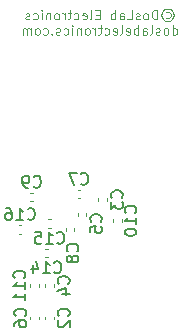
<source format=gbr>
%TF.GenerationSoftware,KiCad,Pcbnew,(6.0.7)*%
%TF.CreationDate,2022-10-03T18:22:00-04:00*%
%TF.ProjectId,IDE-SSD-ZIF,4944452d-5353-4442-9d5a-49462e6b6963,rev?*%
%TF.SameCoordinates,Original*%
%TF.FileFunction,Legend,Bot*%
%TF.FilePolarity,Positive*%
%FSLAX46Y46*%
G04 Gerber Fmt 4.6, Leading zero omitted, Abs format (unit mm)*
G04 Created by KiCad (PCBNEW (6.0.7)) date 2022-10-03 18:22:00*
%MOMM*%
%LPD*%
G01*
G04 APERTURE LIST*
%ADD10C,0.120000*%
%ADD11C,0.150000*%
G04 APERTURE END LIST*
D10*
X139600000Y-60608380D02*
X139676190Y-60570285D01*
X139828571Y-60570285D01*
X139904761Y-60608380D01*
X139980952Y-60684571D01*
X140019047Y-60760761D01*
X140019047Y-60913142D01*
X139980952Y-60989333D01*
X139904761Y-61065523D01*
X139828571Y-61103619D01*
X139676190Y-61103619D01*
X139600000Y-61065523D01*
X139752380Y-60303619D02*
X139942857Y-60341714D01*
X140133333Y-60456000D01*
X140247619Y-60646476D01*
X140285714Y-60836952D01*
X140247619Y-61027428D01*
X140133333Y-61217904D01*
X139942857Y-61332190D01*
X139752380Y-61370285D01*
X139561904Y-61332190D01*
X139371428Y-61217904D01*
X139257142Y-61027428D01*
X139219047Y-60836952D01*
X139257142Y-60646476D01*
X139371428Y-60456000D01*
X139561904Y-60341714D01*
X139752380Y-60303619D01*
X138876190Y-61217904D02*
X138876190Y-60417904D01*
X138685714Y-60417904D01*
X138571428Y-60456000D01*
X138495238Y-60532190D01*
X138457142Y-60608380D01*
X138419047Y-60760761D01*
X138419047Y-60875047D01*
X138457142Y-61027428D01*
X138495238Y-61103619D01*
X138571428Y-61179809D01*
X138685714Y-61217904D01*
X138876190Y-61217904D01*
X137961904Y-61217904D02*
X138038095Y-61179809D01*
X138076190Y-61141714D01*
X138114285Y-61065523D01*
X138114285Y-60836952D01*
X138076190Y-60760761D01*
X138038095Y-60722666D01*
X137961904Y-60684571D01*
X137847619Y-60684571D01*
X137771428Y-60722666D01*
X137733333Y-60760761D01*
X137695238Y-60836952D01*
X137695238Y-61065523D01*
X137733333Y-61141714D01*
X137771428Y-61179809D01*
X137847619Y-61217904D01*
X137961904Y-61217904D01*
X137390476Y-61179809D02*
X137314285Y-61217904D01*
X137161904Y-61217904D01*
X137085714Y-61179809D01*
X137047619Y-61103619D01*
X137047619Y-61065523D01*
X137085714Y-60989333D01*
X137161904Y-60951238D01*
X137276190Y-60951238D01*
X137352380Y-60913142D01*
X137390476Y-60836952D01*
X137390476Y-60798857D01*
X137352380Y-60722666D01*
X137276190Y-60684571D01*
X137161904Y-60684571D01*
X137085714Y-60722666D01*
X136323809Y-61217904D02*
X136704761Y-61217904D01*
X136704761Y-60417904D01*
X135714285Y-61217904D02*
X135714285Y-60798857D01*
X135752380Y-60722666D01*
X135828571Y-60684571D01*
X135980952Y-60684571D01*
X136057142Y-60722666D01*
X135714285Y-61179809D02*
X135790476Y-61217904D01*
X135980952Y-61217904D01*
X136057142Y-61179809D01*
X136095238Y-61103619D01*
X136095238Y-61027428D01*
X136057142Y-60951238D01*
X135980952Y-60913142D01*
X135790476Y-60913142D01*
X135714285Y-60875047D01*
X135333333Y-61217904D02*
X135333333Y-60417904D01*
X135333333Y-60722666D02*
X135257142Y-60684571D01*
X135104761Y-60684571D01*
X135028571Y-60722666D01*
X134990476Y-60760761D01*
X134952380Y-60836952D01*
X134952380Y-61065523D01*
X134990476Y-61141714D01*
X135028571Y-61179809D01*
X135104761Y-61217904D01*
X135257142Y-61217904D01*
X135333333Y-61179809D01*
X134000000Y-60798857D02*
X133733333Y-60798857D01*
X133619047Y-61217904D02*
X134000000Y-61217904D01*
X134000000Y-60417904D01*
X133619047Y-60417904D01*
X133161904Y-61217904D02*
X133238095Y-61179809D01*
X133276190Y-61103619D01*
X133276190Y-60417904D01*
X132552380Y-61179809D02*
X132628571Y-61217904D01*
X132780952Y-61217904D01*
X132857142Y-61179809D01*
X132895238Y-61103619D01*
X132895238Y-60798857D01*
X132857142Y-60722666D01*
X132780952Y-60684571D01*
X132628571Y-60684571D01*
X132552380Y-60722666D01*
X132514285Y-60798857D01*
X132514285Y-60875047D01*
X132895238Y-60951238D01*
X131828571Y-61179809D02*
X131904761Y-61217904D01*
X132057142Y-61217904D01*
X132133333Y-61179809D01*
X132171428Y-61141714D01*
X132209523Y-61065523D01*
X132209523Y-60836952D01*
X132171428Y-60760761D01*
X132133333Y-60722666D01*
X132057142Y-60684571D01*
X131904761Y-60684571D01*
X131828571Y-60722666D01*
X131600000Y-60684571D02*
X131295238Y-60684571D01*
X131485714Y-60417904D02*
X131485714Y-61103619D01*
X131447619Y-61179809D01*
X131371428Y-61217904D01*
X131295238Y-61217904D01*
X131028571Y-61217904D02*
X131028571Y-60684571D01*
X131028571Y-60836952D02*
X130990476Y-60760761D01*
X130952380Y-60722666D01*
X130876190Y-60684571D01*
X130800000Y-60684571D01*
X130419047Y-61217904D02*
X130495238Y-61179809D01*
X130533333Y-61141714D01*
X130571428Y-61065523D01*
X130571428Y-60836952D01*
X130533333Y-60760761D01*
X130495238Y-60722666D01*
X130419047Y-60684571D01*
X130304761Y-60684571D01*
X130228571Y-60722666D01*
X130190476Y-60760761D01*
X130152380Y-60836952D01*
X130152380Y-61065523D01*
X130190476Y-61141714D01*
X130228571Y-61179809D01*
X130304761Y-61217904D01*
X130419047Y-61217904D01*
X129809523Y-60684571D02*
X129809523Y-61217904D01*
X129809523Y-60760761D02*
X129771428Y-60722666D01*
X129695238Y-60684571D01*
X129580952Y-60684571D01*
X129504761Y-60722666D01*
X129466666Y-60798857D01*
X129466666Y-61217904D01*
X129085714Y-61217904D02*
X129085714Y-60684571D01*
X129085714Y-60417904D02*
X129123809Y-60456000D01*
X129085714Y-60494095D01*
X129047619Y-60456000D01*
X129085714Y-60417904D01*
X129085714Y-60494095D01*
X128361904Y-61179809D02*
X128438095Y-61217904D01*
X128590476Y-61217904D01*
X128666666Y-61179809D01*
X128704761Y-61141714D01*
X128742857Y-61065523D01*
X128742857Y-60836952D01*
X128704761Y-60760761D01*
X128666666Y-60722666D01*
X128590476Y-60684571D01*
X128438095Y-60684571D01*
X128361904Y-60722666D01*
X128057142Y-61179809D02*
X127980952Y-61217904D01*
X127828571Y-61217904D01*
X127752380Y-61179809D01*
X127714285Y-61103619D01*
X127714285Y-61065523D01*
X127752380Y-60989333D01*
X127828571Y-60951238D01*
X127942857Y-60951238D01*
X128019047Y-60913142D01*
X128057142Y-60836952D01*
X128057142Y-60798857D01*
X128019047Y-60722666D01*
X127942857Y-60684571D01*
X127828571Y-60684571D01*
X127752380Y-60722666D01*
X140171428Y-62505904D02*
X140171428Y-61705904D01*
X140171428Y-62467809D02*
X140247619Y-62505904D01*
X140400000Y-62505904D01*
X140476190Y-62467809D01*
X140514285Y-62429714D01*
X140552380Y-62353523D01*
X140552380Y-62124952D01*
X140514285Y-62048761D01*
X140476190Y-62010666D01*
X140400000Y-61972571D01*
X140247619Y-61972571D01*
X140171428Y-62010666D01*
X139676190Y-62505904D02*
X139752380Y-62467809D01*
X139790476Y-62429714D01*
X139828571Y-62353523D01*
X139828571Y-62124952D01*
X139790476Y-62048761D01*
X139752380Y-62010666D01*
X139676190Y-61972571D01*
X139561904Y-61972571D01*
X139485714Y-62010666D01*
X139447619Y-62048761D01*
X139409523Y-62124952D01*
X139409523Y-62353523D01*
X139447619Y-62429714D01*
X139485714Y-62467809D01*
X139561904Y-62505904D01*
X139676190Y-62505904D01*
X139104761Y-62467809D02*
X139028571Y-62505904D01*
X138876190Y-62505904D01*
X138800000Y-62467809D01*
X138761904Y-62391619D01*
X138761904Y-62353523D01*
X138800000Y-62277333D01*
X138876190Y-62239238D01*
X138990476Y-62239238D01*
X139066666Y-62201142D01*
X139104761Y-62124952D01*
X139104761Y-62086857D01*
X139066666Y-62010666D01*
X138990476Y-61972571D01*
X138876190Y-61972571D01*
X138800000Y-62010666D01*
X138304761Y-62505904D02*
X138380952Y-62467809D01*
X138419047Y-62391619D01*
X138419047Y-61705904D01*
X137657142Y-62505904D02*
X137657142Y-62086857D01*
X137695238Y-62010666D01*
X137771428Y-61972571D01*
X137923809Y-61972571D01*
X138000000Y-62010666D01*
X137657142Y-62467809D02*
X137733333Y-62505904D01*
X137923809Y-62505904D01*
X138000000Y-62467809D01*
X138038095Y-62391619D01*
X138038095Y-62315428D01*
X138000000Y-62239238D01*
X137923809Y-62201142D01*
X137733333Y-62201142D01*
X137657142Y-62163047D01*
X137276190Y-62505904D02*
X137276190Y-61705904D01*
X137276190Y-62010666D02*
X137200000Y-61972571D01*
X137047619Y-61972571D01*
X136971428Y-62010666D01*
X136933333Y-62048761D01*
X136895238Y-62124952D01*
X136895238Y-62353523D01*
X136933333Y-62429714D01*
X136971428Y-62467809D01*
X137047619Y-62505904D01*
X137200000Y-62505904D01*
X137276190Y-62467809D01*
X136247619Y-62467809D02*
X136323809Y-62505904D01*
X136476190Y-62505904D01*
X136552380Y-62467809D01*
X136590476Y-62391619D01*
X136590476Y-62086857D01*
X136552380Y-62010666D01*
X136476190Y-61972571D01*
X136323809Y-61972571D01*
X136247619Y-62010666D01*
X136209523Y-62086857D01*
X136209523Y-62163047D01*
X136590476Y-62239238D01*
X135752380Y-62505904D02*
X135828571Y-62467809D01*
X135866666Y-62391619D01*
X135866666Y-61705904D01*
X135142857Y-62467809D02*
X135219047Y-62505904D01*
X135371428Y-62505904D01*
X135447619Y-62467809D01*
X135485714Y-62391619D01*
X135485714Y-62086857D01*
X135447619Y-62010666D01*
X135371428Y-61972571D01*
X135219047Y-61972571D01*
X135142857Y-62010666D01*
X135104761Y-62086857D01*
X135104761Y-62163047D01*
X135485714Y-62239238D01*
X134419047Y-62467809D02*
X134495238Y-62505904D01*
X134647619Y-62505904D01*
X134723809Y-62467809D01*
X134761904Y-62429714D01*
X134800000Y-62353523D01*
X134800000Y-62124952D01*
X134761904Y-62048761D01*
X134723809Y-62010666D01*
X134647619Y-61972571D01*
X134495238Y-61972571D01*
X134419047Y-62010666D01*
X134190476Y-61972571D02*
X133885714Y-61972571D01*
X134076190Y-61705904D02*
X134076190Y-62391619D01*
X134038095Y-62467809D01*
X133961904Y-62505904D01*
X133885714Y-62505904D01*
X133619047Y-62505904D02*
X133619047Y-61972571D01*
X133619047Y-62124952D02*
X133580952Y-62048761D01*
X133542857Y-62010666D01*
X133466666Y-61972571D01*
X133390476Y-61972571D01*
X133009523Y-62505904D02*
X133085714Y-62467809D01*
X133123809Y-62429714D01*
X133161904Y-62353523D01*
X133161904Y-62124952D01*
X133123809Y-62048761D01*
X133085714Y-62010666D01*
X133009523Y-61972571D01*
X132895238Y-61972571D01*
X132819047Y-62010666D01*
X132780952Y-62048761D01*
X132742857Y-62124952D01*
X132742857Y-62353523D01*
X132780952Y-62429714D01*
X132819047Y-62467809D01*
X132895238Y-62505904D01*
X133009523Y-62505904D01*
X132400000Y-61972571D02*
X132400000Y-62505904D01*
X132400000Y-62048761D02*
X132361904Y-62010666D01*
X132285714Y-61972571D01*
X132171428Y-61972571D01*
X132095238Y-62010666D01*
X132057142Y-62086857D01*
X132057142Y-62505904D01*
X131676190Y-62505904D02*
X131676190Y-61972571D01*
X131676190Y-61705904D02*
X131714285Y-61744000D01*
X131676190Y-61782095D01*
X131638095Y-61744000D01*
X131676190Y-61705904D01*
X131676190Y-61782095D01*
X130952380Y-62467809D02*
X131028571Y-62505904D01*
X131180952Y-62505904D01*
X131257142Y-62467809D01*
X131295238Y-62429714D01*
X131333333Y-62353523D01*
X131333333Y-62124952D01*
X131295238Y-62048761D01*
X131257142Y-62010666D01*
X131180952Y-61972571D01*
X131028571Y-61972571D01*
X130952380Y-62010666D01*
X130647619Y-62467809D02*
X130571428Y-62505904D01*
X130419047Y-62505904D01*
X130342857Y-62467809D01*
X130304761Y-62391619D01*
X130304761Y-62353523D01*
X130342857Y-62277333D01*
X130419047Y-62239238D01*
X130533333Y-62239238D01*
X130609523Y-62201142D01*
X130647619Y-62124952D01*
X130647619Y-62086857D01*
X130609523Y-62010666D01*
X130533333Y-61972571D01*
X130419047Y-61972571D01*
X130342857Y-62010666D01*
X129961904Y-62429714D02*
X129923809Y-62467809D01*
X129961904Y-62505904D01*
X130000000Y-62467809D01*
X129961904Y-62429714D01*
X129961904Y-62505904D01*
X129238095Y-62467809D02*
X129314285Y-62505904D01*
X129466666Y-62505904D01*
X129542857Y-62467809D01*
X129580952Y-62429714D01*
X129619047Y-62353523D01*
X129619047Y-62124952D01*
X129580952Y-62048761D01*
X129542857Y-62010666D01*
X129466666Y-61972571D01*
X129314285Y-61972571D01*
X129238095Y-62010666D01*
X128780952Y-62505904D02*
X128857142Y-62467809D01*
X128895238Y-62429714D01*
X128933333Y-62353523D01*
X128933333Y-62124952D01*
X128895238Y-62048761D01*
X128857142Y-62010666D01*
X128780952Y-61972571D01*
X128666666Y-61972571D01*
X128590476Y-62010666D01*
X128552380Y-62048761D01*
X128514285Y-62124952D01*
X128514285Y-62353523D01*
X128552380Y-62429714D01*
X128590476Y-62467809D01*
X128666666Y-62505904D01*
X128780952Y-62505904D01*
X128171428Y-62505904D02*
X128171428Y-61972571D01*
X128171428Y-62048761D02*
X128133333Y-62010666D01*
X128057142Y-61972571D01*
X127942857Y-61972571D01*
X127866666Y-62010666D01*
X127828571Y-62086857D01*
X127828571Y-62505904D01*
X127828571Y-62086857D02*
X127790476Y-62010666D01*
X127714285Y-61972571D01*
X127600000Y-61972571D01*
X127523809Y-62010666D01*
X127485714Y-62086857D01*
X127485714Y-62505904D01*
D11*
%TO.C,C16*%
X127912857Y-78107142D02*
X127960476Y-78154761D01*
X128103333Y-78202380D01*
X128198571Y-78202380D01*
X128341428Y-78154761D01*
X128436666Y-78059523D01*
X128484285Y-77964285D01*
X128531904Y-77773809D01*
X128531904Y-77630952D01*
X128484285Y-77440476D01*
X128436666Y-77345238D01*
X128341428Y-77250000D01*
X128198571Y-77202380D01*
X128103333Y-77202380D01*
X127960476Y-77250000D01*
X127912857Y-77297619D01*
X126960476Y-78202380D02*
X127531904Y-78202380D01*
X127246190Y-78202380D02*
X127246190Y-77202380D01*
X127341428Y-77345238D01*
X127436666Y-77440476D01*
X127531904Y-77488095D01*
X126103333Y-77202380D02*
X126293809Y-77202380D01*
X126389047Y-77250000D01*
X126436666Y-77297619D01*
X126531904Y-77440476D01*
X126579523Y-77630952D01*
X126579523Y-78011904D01*
X126531904Y-78107142D01*
X126484285Y-78154761D01*
X126389047Y-78202380D01*
X126198571Y-78202380D01*
X126103333Y-78154761D01*
X126055714Y-78107142D01*
X126008095Y-78011904D01*
X126008095Y-77773809D01*
X126055714Y-77678571D01*
X126103333Y-77630952D01*
X126198571Y-77583333D01*
X126389047Y-77583333D01*
X126484285Y-77630952D01*
X126531904Y-77678571D01*
X126579523Y-77773809D01*
%TO.C,C9*%
X128416666Y-75357142D02*
X128464285Y-75404761D01*
X128607142Y-75452380D01*
X128702380Y-75452380D01*
X128845238Y-75404761D01*
X128940476Y-75309523D01*
X128988095Y-75214285D01*
X129035714Y-75023809D01*
X129035714Y-74880952D01*
X128988095Y-74690476D01*
X128940476Y-74595238D01*
X128845238Y-74500000D01*
X128702380Y-74452380D01*
X128607142Y-74452380D01*
X128464285Y-74500000D01*
X128416666Y-74547619D01*
X127940476Y-75452380D02*
X127750000Y-75452380D01*
X127654761Y-75404761D01*
X127607142Y-75357142D01*
X127511904Y-75214285D01*
X127464285Y-75023809D01*
X127464285Y-74642857D01*
X127511904Y-74547619D01*
X127559523Y-74500000D01*
X127654761Y-74452380D01*
X127845238Y-74452380D01*
X127940476Y-74500000D01*
X127988095Y-74547619D01*
X128035714Y-74642857D01*
X128035714Y-74880952D01*
X127988095Y-74976190D01*
X127940476Y-75023809D01*
X127845238Y-75071428D01*
X127654761Y-75071428D01*
X127559523Y-75023809D01*
X127511904Y-74976190D01*
X127464285Y-74880952D01*
%TO.C,C8*%
X132107142Y-80833333D02*
X132154761Y-80785714D01*
X132202380Y-80642857D01*
X132202380Y-80547619D01*
X132154761Y-80404761D01*
X132059523Y-80309523D01*
X131964285Y-80261904D01*
X131773809Y-80214285D01*
X131630952Y-80214285D01*
X131440476Y-80261904D01*
X131345238Y-80309523D01*
X131250000Y-80404761D01*
X131202380Y-80547619D01*
X131202380Y-80642857D01*
X131250000Y-80785714D01*
X131297619Y-80833333D01*
X131630952Y-81404761D02*
X131583333Y-81309523D01*
X131535714Y-81261904D01*
X131440476Y-81214285D01*
X131392857Y-81214285D01*
X131297619Y-81261904D01*
X131250000Y-81309523D01*
X131202380Y-81404761D01*
X131202380Y-81595238D01*
X131250000Y-81690476D01*
X131297619Y-81738095D01*
X131392857Y-81785714D01*
X131440476Y-81785714D01*
X131535714Y-81738095D01*
X131583333Y-81690476D01*
X131630952Y-81595238D01*
X131630952Y-81404761D01*
X131678571Y-81309523D01*
X131726190Y-81261904D01*
X131821428Y-81214285D01*
X132011904Y-81214285D01*
X132107142Y-81261904D01*
X132154761Y-81309523D01*
X132202380Y-81404761D01*
X132202380Y-81595238D01*
X132154761Y-81690476D01*
X132107142Y-81738095D01*
X132011904Y-81785714D01*
X131821428Y-81785714D01*
X131726190Y-81738095D01*
X131678571Y-81690476D01*
X131630952Y-81595238D01*
%TO.C,C2*%
X131357142Y-86313333D02*
X131404761Y-86265714D01*
X131452380Y-86122857D01*
X131452380Y-86027619D01*
X131404761Y-85884761D01*
X131309523Y-85789523D01*
X131214285Y-85741904D01*
X131023809Y-85694285D01*
X130880952Y-85694285D01*
X130690476Y-85741904D01*
X130595238Y-85789523D01*
X130500000Y-85884761D01*
X130452380Y-86027619D01*
X130452380Y-86122857D01*
X130500000Y-86265714D01*
X130547619Y-86313333D01*
X130547619Y-86694285D02*
X130500000Y-86741904D01*
X130452380Y-86837142D01*
X130452380Y-87075238D01*
X130500000Y-87170476D01*
X130547619Y-87218095D01*
X130642857Y-87265714D01*
X130738095Y-87265714D01*
X130880952Y-87218095D01*
X131452380Y-86646666D01*
X131452380Y-87265714D01*
%TO.C,C14*%
X130142857Y-82607142D02*
X130190476Y-82654761D01*
X130333333Y-82702380D01*
X130428571Y-82702380D01*
X130571428Y-82654761D01*
X130666666Y-82559523D01*
X130714285Y-82464285D01*
X130761904Y-82273809D01*
X130761904Y-82130952D01*
X130714285Y-81940476D01*
X130666666Y-81845238D01*
X130571428Y-81750000D01*
X130428571Y-81702380D01*
X130333333Y-81702380D01*
X130190476Y-81750000D01*
X130142857Y-81797619D01*
X129190476Y-82702380D02*
X129761904Y-82702380D01*
X129476190Y-82702380D02*
X129476190Y-81702380D01*
X129571428Y-81845238D01*
X129666666Y-81940476D01*
X129761904Y-81988095D01*
X128333333Y-82035714D02*
X128333333Y-82702380D01*
X128571428Y-81654761D02*
X128809523Y-82369047D01*
X128190476Y-82369047D01*
%TO.C,C4*%
X131357142Y-83583333D02*
X131404761Y-83535714D01*
X131452380Y-83392857D01*
X131452380Y-83297619D01*
X131404761Y-83154761D01*
X131309523Y-83059523D01*
X131214285Y-83011904D01*
X131023809Y-82964285D01*
X130880952Y-82964285D01*
X130690476Y-83011904D01*
X130595238Y-83059523D01*
X130500000Y-83154761D01*
X130452380Y-83297619D01*
X130452380Y-83392857D01*
X130500000Y-83535714D01*
X130547619Y-83583333D01*
X130785714Y-84440476D02*
X131452380Y-84440476D01*
X130404761Y-84202380D02*
X131119047Y-83964285D01*
X131119047Y-84583333D01*
%TO.C,C7*%
X132416666Y-75107142D02*
X132464285Y-75154761D01*
X132607142Y-75202380D01*
X132702380Y-75202380D01*
X132845238Y-75154761D01*
X132940476Y-75059523D01*
X132988095Y-74964285D01*
X133035714Y-74773809D01*
X133035714Y-74630952D01*
X132988095Y-74440476D01*
X132940476Y-74345238D01*
X132845238Y-74250000D01*
X132702380Y-74202380D01*
X132607142Y-74202380D01*
X132464285Y-74250000D01*
X132416666Y-74297619D01*
X132083333Y-74202380D02*
X131416666Y-74202380D01*
X131845238Y-75202380D01*
%TO.C,C11*%
X127607142Y-83107142D02*
X127654761Y-83059523D01*
X127702380Y-82916666D01*
X127702380Y-82821428D01*
X127654761Y-82678571D01*
X127559523Y-82583333D01*
X127464285Y-82535714D01*
X127273809Y-82488095D01*
X127130952Y-82488095D01*
X126940476Y-82535714D01*
X126845238Y-82583333D01*
X126750000Y-82678571D01*
X126702380Y-82821428D01*
X126702380Y-82916666D01*
X126750000Y-83059523D01*
X126797619Y-83107142D01*
X127702380Y-84059523D02*
X127702380Y-83488095D01*
X127702380Y-83773809D02*
X126702380Y-83773809D01*
X126845238Y-83678571D01*
X126940476Y-83583333D01*
X126988095Y-83488095D01*
X127702380Y-85011904D02*
X127702380Y-84440476D01*
X127702380Y-84726190D02*
X126702380Y-84726190D01*
X126845238Y-84630952D01*
X126940476Y-84535714D01*
X126988095Y-84440476D01*
%TO.C,C6*%
X127697142Y-86313333D02*
X127744761Y-86265714D01*
X127792380Y-86122857D01*
X127792380Y-86027619D01*
X127744761Y-85884761D01*
X127649523Y-85789523D01*
X127554285Y-85741904D01*
X127363809Y-85694285D01*
X127220952Y-85694285D01*
X127030476Y-85741904D01*
X126935238Y-85789523D01*
X126840000Y-85884761D01*
X126792380Y-86027619D01*
X126792380Y-86122857D01*
X126840000Y-86265714D01*
X126887619Y-86313333D01*
X126792380Y-87170476D02*
X126792380Y-86980000D01*
X126840000Y-86884761D01*
X126887619Y-86837142D01*
X127030476Y-86741904D01*
X127220952Y-86694285D01*
X127601904Y-86694285D01*
X127697142Y-86741904D01*
X127744761Y-86789523D01*
X127792380Y-86884761D01*
X127792380Y-87075238D01*
X127744761Y-87170476D01*
X127697142Y-87218095D01*
X127601904Y-87265714D01*
X127363809Y-87265714D01*
X127268571Y-87218095D01*
X127220952Y-87170476D01*
X127173333Y-87075238D01*
X127173333Y-86884761D01*
X127220952Y-86789523D01*
X127268571Y-86741904D01*
X127363809Y-86694285D01*
%TO.C,C3*%
X135857142Y-76313333D02*
X135904761Y-76265714D01*
X135952380Y-76122857D01*
X135952380Y-76027619D01*
X135904761Y-75884761D01*
X135809523Y-75789523D01*
X135714285Y-75741904D01*
X135523809Y-75694285D01*
X135380952Y-75694285D01*
X135190476Y-75741904D01*
X135095238Y-75789523D01*
X135000000Y-75884761D01*
X134952380Y-76027619D01*
X134952380Y-76122857D01*
X135000000Y-76265714D01*
X135047619Y-76313333D01*
X134952380Y-76646666D02*
X134952380Y-77265714D01*
X135333333Y-76932380D01*
X135333333Y-77075238D01*
X135380952Y-77170476D01*
X135428571Y-77218095D01*
X135523809Y-77265714D01*
X135761904Y-77265714D01*
X135857142Y-77218095D01*
X135904761Y-77170476D01*
X135952380Y-77075238D01*
X135952380Y-76789523D01*
X135904761Y-76694285D01*
X135857142Y-76646666D01*
%TO.C,C10*%
X137017142Y-77607142D02*
X137064761Y-77559523D01*
X137112380Y-77416666D01*
X137112380Y-77321428D01*
X137064761Y-77178571D01*
X136969523Y-77083333D01*
X136874285Y-77035714D01*
X136683809Y-76988095D01*
X136540952Y-76988095D01*
X136350476Y-77035714D01*
X136255238Y-77083333D01*
X136160000Y-77178571D01*
X136112380Y-77321428D01*
X136112380Y-77416666D01*
X136160000Y-77559523D01*
X136207619Y-77607142D01*
X137112380Y-78559523D02*
X137112380Y-77988095D01*
X137112380Y-78273809D02*
X136112380Y-78273809D01*
X136255238Y-78178571D01*
X136350476Y-78083333D01*
X136398095Y-77988095D01*
X136112380Y-79178571D02*
X136112380Y-79273809D01*
X136160000Y-79369047D01*
X136207619Y-79416666D01*
X136302857Y-79464285D01*
X136493333Y-79511904D01*
X136731428Y-79511904D01*
X136921904Y-79464285D01*
X137017142Y-79416666D01*
X137064761Y-79369047D01*
X137112380Y-79273809D01*
X137112380Y-79178571D01*
X137064761Y-79083333D01*
X137017142Y-79035714D01*
X136921904Y-78988095D01*
X136731428Y-78940476D01*
X136493333Y-78940476D01*
X136302857Y-78988095D01*
X136207619Y-79035714D01*
X136160000Y-79083333D01*
X136112380Y-79178571D01*
%TO.C,C5*%
X134107142Y-78333333D02*
X134154761Y-78285714D01*
X134202380Y-78142857D01*
X134202380Y-78047619D01*
X134154761Y-77904761D01*
X134059523Y-77809523D01*
X133964285Y-77761904D01*
X133773809Y-77714285D01*
X133630952Y-77714285D01*
X133440476Y-77761904D01*
X133345238Y-77809523D01*
X133250000Y-77904761D01*
X133202380Y-78047619D01*
X133202380Y-78142857D01*
X133250000Y-78285714D01*
X133297619Y-78333333D01*
X133202380Y-79238095D02*
X133202380Y-78761904D01*
X133678571Y-78714285D01*
X133630952Y-78761904D01*
X133583333Y-78857142D01*
X133583333Y-79095238D01*
X133630952Y-79190476D01*
X133678571Y-79238095D01*
X133773809Y-79285714D01*
X134011904Y-79285714D01*
X134107142Y-79238095D01*
X134154761Y-79190476D01*
X134202380Y-79095238D01*
X134202380Y-78857142D01*
X134154761Y-78761904D01*
X134107142Y-78714285D01*
%TO.C,C15*%
X130392857Y-80107142D02*
X130440476Y-80154761D01*
X130583333Y-80202380D01*
X130678571Y-80202380D01*
X130821428Y-80154761D01*
X130916666Y-80059523D01*
X130964285Y-79964285D01*
X131011904Y-79773809D01*
X131011904Y-79630952D01*
X130964285Y-79440476D01*
X130916666Y-79345238D01*
X130821428Y-79250000D01*
X130678571Y-79202380D01*
X130583333Y-79202380D01*
X130440476Y-79250000D01*
X130392857Y-79297619D01*
X129440476Y-80202380D02*
X130011904Y-80202380D01*
X129726190Y-80202380D02*
X129726190Y-79202380D01*
X129821428Y-79345238D01*
X129916666Y-79440476D01*
X130011904Y-79488095D01*
X128535714Y-79202380D02*
X129011904Y-79202380D01*
X129059523Y-79678571D01*
X129011904Y-79630952D01*
X128916666Y-79583333D01*
X128678571Y-79583333D01*
X128583333Y-79630952D01*
X128535714Y-79678571D01*
X128488095Y-79773809D01*
X128488095Y-80011904D01*
X128535714Y-80107142D01*
X128583333Y-80154761D01*
X128678571Y-80202380D01*
X128916666Y-80202380D01*
X129011904Y-80154761D01*
X129059523Y-80107142D01*
D10*
%TO.C,C16*%
X127377836Y-78640000D02*
X127162164Y-78640000D01*
X127377836Y-79360000D02*
X127162164Y-79360000D01*
%TO.C,C9*%
X128357836Y-76610000D02*
X128142164Y-76610000D01*
X128357836Y-75890000D02*
X128142164Y-75890000D01*
%TO.C,C8*%
X131860000Y-79107836D02*
X131860000Y-78892164D01*
X131140000Y-79107836D02*
X131140000Y-78892164D01*
%TO.C,C2*%
X129390000Y-86372164D02*
X129390000Y-86587836D01*
X130110000Y-86372164D02*
X130110000Y-86587836D01*
%TO.C,C14*%
X129607836Y-81360000D02*
X129392164Y-81360000D01*
X129607836Y-80640000D02*
X129392164Y-80640000D01*
%TO.C,C4*%
X130110000Y-83642164D02*
X130110000Y-83857836D01*
X129390000Y-83642164D02*
X129390000Y-83857836D01*
%TO.C,C7*%
X132357836Y-75640000D02*
X132142164Y-75640000D01*
X132357836Y-76360000D02*
X132142164Y-76360000D01*
%TO.C,C11*%
X128860000Y-83622164D02*
X128860000Y-83837836D01*
X128140000Y-83622164D02*
X128140000Y-83837836D01*
%TO.C,C6*%
X128140000Y-86372164D02*
X128140000Y-86587836D01*
X128860000Y-86372164D02*
X128860000Y-86587836D01*
%TO.C,C3*%
X133890000Y-76372164D02*
X133890000Y-76587836D01*
X134610000Y-76372164D02*
X134610000Y-76587836D01*
%TO.C,C10*%
X135140000Y-78357836D02*
X135140000Y-78142164D01*
X135860000Y-78357836D02*
X135860000Y-78142164D01*
%TO.C,C5*%
X132140000Y-77622164D02*
X132140000Y-77837836D01*
X132860000Y-77622164D02*
X132860000Y-77837836D01*
%TO.C,C15*%
X129857836Y-78860000D02*
X129642164Y-78860000D01*
X129857836Y-78140000D02*
X129642164Y-78140000D01*
%TD*%
M02*

</source>
